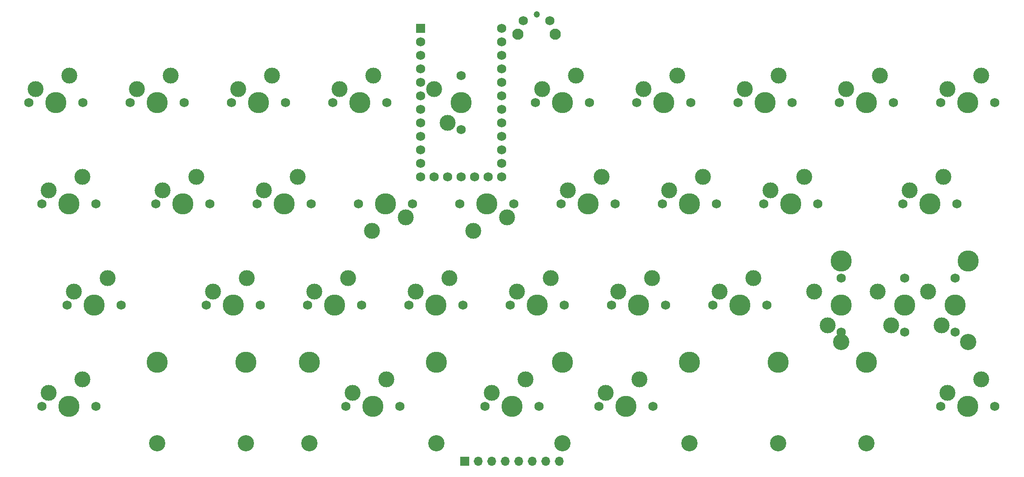
<source format=gts>
G04 #@! TF.GenerationSoftware,KiCad,Pcbnew,(6.0.1-0)*
G04 #@! TF.CreationDate,2022-03-18T18:41:34-07:00*
G04 #@! TF.ProjectId,micro10,6d696372-6f31-4302-9e6b-696361645f70,1*
G04 #@! TF.SameCoordinates,Original*
G04 #@! TF.FileFunction,Soldermask,Top*
G04 #@! TF.FilePolarity,Negative*
%FSLAX46Y46*%
G04 Gerber Fmt 4.6, Leading zero omitted, Abs format (unit mm)*
G04 Created by KiCad (PCBNEW (6.0.1-0)) date 2022-03-18 18:41:34*
%MOMM*%
%LPD*%
G01*
G04 APERTURE LIST*
%ADD10R,1.752600X1.752600*%
%ADD11C,1.752600*%
%ADD12C,3.987800*%
%ADD13C,1.750000*%
%ADD14C,3.000000*%
%ADD15C,3.048000*%
%ADD16R,1.700000X1.700000*%
%ADD17O,1.700000X1.700000*%
%ADD18C,1.200000*%
%ADD19C,2.100000*%
G04 APERTURE END LIST*
D10*
X140811250Y-35242500D03*
D11*
X140811250Y-37782500D03*
X140811250Y-40322500D03*
X140811250Y-42862500D03*
X140811250Y-45402500D03*
X140811250Y-47942500D03*
X140811250Y-50482500D03*
X140811250Y-53022500D03*
X140811250Y-55562500D03*
X140811250Y-58102500D03*
X140811250Y-60642500D03*
X140811250Y-63182500D03*
X156051250Y-63182500D03*
X156051250Y-60642500D03*
X156051250Y-58102500D03*
X156051250Y-55562500D03*
X156051250Y-53022500D03*
X156051250Y-50482500D03*
X156051250Y-47942500D03*
X156051250Y-45402500D03*
X156051250Y-42862500D03*
X156051250Y-40322500D03*
X156051250Y-37782500D03*
X156051250Y-35242500D03*
X143351250Y-63182500D03*
X145891250Y-63182500D03*
X148431250Y-63182500D03*
X150971250Y-63182500D03*
X153511250Y-63182500D03*
D12*
X74612500Y-106362500D03*
D13*
X69532500Y-106362500D03*
D14*
X70802500Y-103822500D03*
X77152500Y-101282500D03*
D13*
X79692500Y-106362500D03*
X196373750Y-68262500D03*
D14*
X193833750Y-63182500D03*
X187483750Y-65722500D03*
D12*
X191293750Y-68262500D03*
D13*
X186213750Y-68262500D03*
X152876250Y-106362500D03*
D12*
X91281250Y-98107500D03*
X157956250Y-106362500D03*
D14*
X160496250Y-101282500D03*
D15*
X224631250Y-113347500D03*
D14*
X154146250Y-103822500D03*
D13*
X163036250Y-106362500D03*
D15*
X91281250Y-113347500D03*
D12*
X224631250Y-98107500D03*
D13*
X148113750Y-68262500D03*
X158273750Y-68262500D03*
D14*
X150653750Y-73342500D03*
X157003750Y-70802500D03*
D12*
X153193750Y-68262500D03*
D13*
X148431250Y-44132500D03*
D14*
X145891250Y-53022500D03*
D12*
X148431250Y-49212500D03*
D13*
X148431250Y-54292500D03*
D14*
X143351250Y-46672500D03*
D16*
X149081250Y-116681250D03*
D17*
X151621250Y-116681250D03*
X154161250Y-116681250D03*
X156701250Y-116681250D03*
X159241250Y-116681250D03*
X161781250Y-116681250D03*
X164321250Y-116681250D03*
X166861250Y-116681250D03*
D13*
X241617500Y-68262500D03*
D14*
X232727500Y-65722500D03*
D12*
X236537500Y-68262500D03*
D13*
X231457500Y-68262500D03*
D14*
X239077500Y-63182500D03*
X111283750Y-65722500D03*
X117633750Y-63182500D03*
D12*
X115093750Y-68262500D03*
D13*
X110013750Y-68262500D03*
X120173750Y-68262500D03*
D14*
X170021250Y-44132500D03*
D12*
X167481250Y-49212500D03*
D14*
X163671250Y-46672500D03*
D13*
X162401250Y-49212500D03*
X172561250Y-49212500D03*
X238601250Y-106362500D03*
D14*
X239871250Y-103822500D03*
X246221250Y-101282500D03*
D13*
X248761250Y-106362500D03*
D12*
X243681250Y-106362500D03*
D13*
X136842500Y-106362500D03*
D15*
X119824500Y-113347500D03*
D12*
X119824500Y-98107500D03*
D15*
X143700500Y-113347500D03*
D13*
X126682500Y-106362500D03*
D14*
X127952500Y-103822500D03*
D12*
X143700500Y-98107500D03*
X131762500Y-106362500D03*
D14*
X134302500Y-101282500D03*
D12*
X124618750Y-87312500D03*
D13*
X119538750Y-87312500D03*
D14*
X120808750Y-84772500D03*
D13*
X129698750Y-87312500D03*
D14*
X127158750Y-82232500D03*
X168433750Y-65722500D03*
D12*
X172243750Y-68262500D03*
D14*
X174783750Y-63182500D03*
D13*
X177323750Y-68262500D03*
X167163750Y-68262500D03*
D14*
X131603750Y-73342500D03*
D12*
X134143750Y-68262500D03*
D14*
X137953750Y-70802500D03*
D13*
X139223750Y-68262500D03*
X129063750Y-68262500D03*
D14*
X101758750Y-84772500D03*
D13*
X100488750Y-87312500D03*
D12*
X105568750Y-87312500D03*
D13*
X110648750Y-87312500D03*
D14*
X108108750Y-82232500D03*
D13*
X205898750Y-87312500D03*
X195738750Y-87312500D03*
D14*
X197008750Y-84772500D03*
X203358750Y-82232500D03*
D12*
X200818750Y-87312500D03*
D14*
X229235000Y-91122500D03*
D13*
X231775000Y-82232500D03*
D12*
X231775000Y-87312500D03*
D14*
X226695000Y-84772500D03*
D13*
X231775000Y-92392500D03*
D12*
X219837000Y-79057500D03*
D15*
X243713000Y-94297500D03*
D12*
X243713000Y-79057500D03*
D15*
X219837000Y-94297500D03*
D14*
X220821250Y-46672500D03*
X227171250Y-44132500D03*
D12*
X224631250Y-49212500D03*
D13*
X229711250Y-49212500D03*
X219551250Y-49212500D03*
D12*
X72231250Y-49212500D03*
D14*
X74771250Y-44132500D03*
D13*
X67151250Y-49212500D03*
D14*
X68421250Y-46672500D03*
D13*
X77311250Y-49212500D03*
D14*
X189071250Y-44132500D03*
D13*
X181451250Y-49212500D03*
D12*
X186531250Y-49212500D03*
D14*
X182721250Y-46672500D03*
D13*
X191611250Y-49212500D03*
D14*
X181927500Y-101282500D03*
X175577500Y-103822500D03*
D13*
X174307500Y-106362500D03*
D12*
X191325500Y-98107500D03*
X179387500Y-106362500D03*
D15*
X167449500Y-113347500D03*
X191325500Y-113347500D03*
D12*
X167449500Y-98107500D03*
D13*
X184467500Y-106362500D03*
X215423750Y-68262500D03*
D14*
X206533750Y-65722500D03*
X212883750Y-63182500D03*
D12*
X210343750Y-68262500D03*
D13*
X205263750Y-68262500D03*
D14*
X217328750Y-91122500D03*
D12*
X219868750Y-87312500D03*
D14*
X214788750Y-84772500D03*
D13*
X219868750Y-92392500D03*
X219868750Y-82232500D03*
X200501250Y-49212500D03*
D14*
X208121250Y-44132500D03*
X201771250Y-46672500D03*
D12*
X205581250Y-49212500D03*
D13*
X210661250Y-49212500D03*
D14*
X177958750Y-84772500D03*
D13*
X186848750Y-87312500D03*
D14*
X184308750Y-82232500D03*
D13*
X176688750Y-87312500D03*
D12*
X181768750Y-87312500D03*
D13*
X167798750Y-87312500D03*
D14*
X158908750Y-84772500D03*
D12*
X162718750Y-87312500D03*
D14*
X165258750Y-82232500D03*
D13*
X157638750Y-87312500D03*
D14*
X93821250Y-44132500D03*
D12*
X91281250Y-49212500D03*
D14*
X87471250Y-46672500D03*
D13*
X96361250Y-49212500D03*
X86201250Y-49212500D03*
D12*
X129381250Y-49212500D03*
D13*
X124301250Y-49212500D03*
D14*
X125571250Y-46672500D03*
X131921250Y-44132500D03*
D13*
X134461250Y-49212500D03*
D14*
X146208750Y-82232500D03*
D13*
X148748750Y-87312500D03*
D12*
X143668750Y-87312500D03*
D13*
X138588750Y-87312500D03*
D14*
X139858750Y-84772500D03*
D12*
X74612500Y-68262500D03*
D13*
X79692500Y-68262500D03*
D14*
X70802500Y-65722500D03*
X77152500Y-63182500D03*
D13*
X69532500Y-68262500D03*
D12*
X79375000Y-87312500D03*
D14*
X75565000Y-84772500D03*
D13*
X74295000Y-87312500D03*
X84455000Y-87312500D03*
D14*
X81915000Y-82232500D03*
D13*
X238601250Y-49212500D03*
D14*
X246221250Y-44132500D03*
X239871250Y-46672500D03*
D13*
X248761250Y-49212500D03*
D12*
X243681250Y-49212500D03*
D15*
X207956150Y-113347500D03*
X107956350Y-113347500D03*
D12*
X107956350Y-98107500D03*
X207956150Y-98107500D03*
D14*
X238760000Y-91122500D03*
X236220000Y-84772500D03*
D13*
X241300000Y-82232500D03*
D12*
X241300000Y-87312500D03*
D13*
X241300000Y-92392500D03*
D14*
X92233750Y-65722500D03*
D13*
X90963750Y-68262500D03*
X101123750Y-68262500D03*
D14*
X98583750Y-63182500D03*
D12*
X96043750Y-68262500D03*
D14*
X106521250Y-46672500D03*
D12*
X110331250Y-49212500D03*
D14*
X112871250Y-44132500D03*
D13*
X105251250Y-49212500D03*
X115411250Y-49212500D03*
D18*
X162600000Y-32633750D03*
D19*
X166100000Y-36333750D03*
X159090000Y-36333750D03*
D13*
X165100000Y-33843750D03*
X160100000Y-33843750D03*
M02*

</source>
